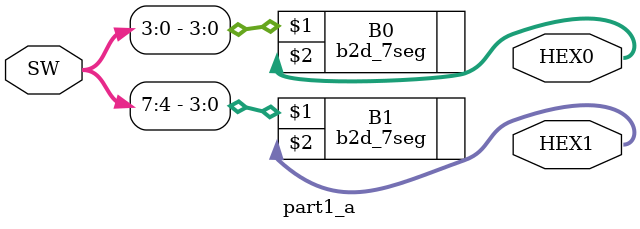
<source format=sv>
module part1_a(SW, HEX0, HEX1);
   input [7:0] SW;
   output [6:0] HEX0,HEX1;

   b2d_7seg B0(SW[3:0], HEX0);
   b2d_7seg B1(SW[7:4], HEX1);
endmodule


































/*
module part1_a(SW, HEX0, HEX1);

    input [7:0] SW;      // Input from switches SW7-0
    output [6:0] HEX0;     // Output for 7-segment display HEX0
    output [6:0] HEX1;    // Output for 7-segment display HEX1
	 	 

assign HEX0 = (SW[3:0] == 4'b0000) ? 7'b0000001 :
             (SW[3:0] == 4'b0001) ? 7'b1001111 : 
             (SW[3:0] == 4'b0010) ? 7'b0010010: 
             (SW[3:0] == 4'b0011) ? 7'b0000110 : 
             (SW[3:0] == 4'b0100) ? 7'b1001100 : 
             (SW[3:0] == 4'b0101) ? 7'b0100100 :
             (SW[3:0] == 4'b0110) ? 7'b0100000 :
             (SW[3:0] == 4'b0111) ? 7'b0001111 :
             (SW[3:0] == 4'b1000) ? 7'b0000000 :
             (SW[3:0] == 4'b1001) ? 7'b0001100 :
             7'b1111111;

assign HEX1 = (SW[7:4] == 4'b0000) ? 7'b0000001 :
             (SW[7:4]  == 4'b0001) ? 7'b1001111 : 
             (SW[7:4]  == 4'b0010) ? 7'b0010010 : 
             (SW[7:4] == 4'b0011) ?  7'b0000110 : 
             (SW[7:4]  == 4'b0100) ? 7'b1001100 : 
             (SW[7:4]  == 4'b0101) ? 7'b0100100 :
             (SW[7:4]  == 4'b0110) ? 7'b0100000 :
             (SW[7:4]  == 4'b0111) ? 7'b0001111 :
             (SW[7:4]  == 4'b1000) ? 7'b0000000 :
             (SW[7:4]  == 4'b1001) ? 7'b0001100 :
             7'b1111111;
endmodule
*/
</source>
